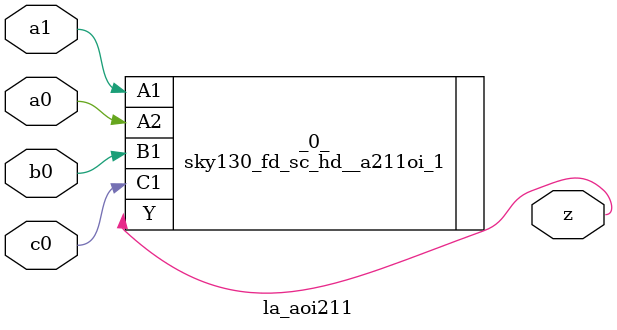
<source format=v>
/* Generated by Yosys 0.37 (git sha1 a5c7f69ed, clang 14.0.0-1ubuntu1.1 -fPIC -Os) */

module la_aoi211(a0, a1, b0, c0, z);
  input a0;
  wire a0;
  input a1;
  wire a1;
  input b0;
  wire b0;
  input c0;
  wire c0;
  output z;
  wire z;
  sky130_fd_sc_hd__a211oi_1 _0_ (
    .A1(a1),
    .A2(a0),
    .B1(b0),
    .C1(c0),
    .Y(z)
  );
endmodule

</source>
